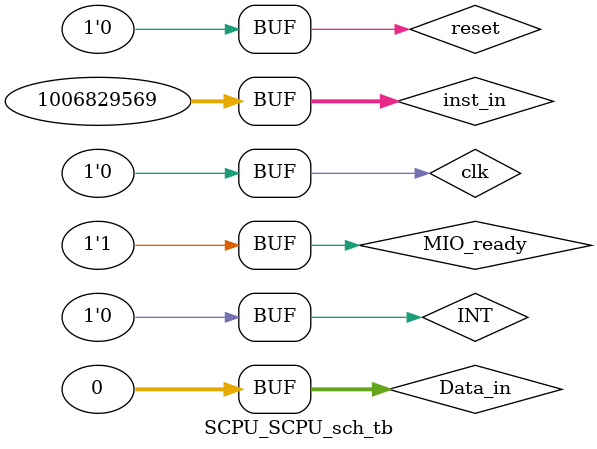
<source format=v>

`timescale 1ns / 1ps

module SCPU_SCPU_sch_tb();

// Inputs
   reg MIO_ready;
   reg [31:0] inst_in;
   reg [31:0] Data_in;
   reg reset;
   reg clk;
   reg INT;

// Output
   wire mem_w;
   wire CPU_MIO;
   wire [31:0] PC_out;
   wire [31:0] Addr_out;
   wire [31:0] Data_out;

// Bidirs

// Instantiate the UUT
   SCPU UUT (
		.mem_w(mem_w), 
		.CPU_MIO(CPU_MIO), 
		.MIO_ready(MIO_ready), 
		.inst_in(inst_in), 
		.Data_in(Data_in), 
		.reset(reset), 
		.clk(clk), 
		.PC_out(PC_out), 
		.Addr_out(Addr_out), 
		.Data_out(Data_out), 
		.INT(INT)
   );
// Initialize Inputs
       initial begin
		MIO_ready = 1;
		inst_in = 0;
		Data_in = 0;
		reset = 0;
		clk = 0;
		INT = 0;

		end
		
		always begin
		inst_in = 32'b00100000001000100000000000000001;
		clk=1; #20;
		clk=0; #20;
		inst_in = 32'b00111100000000110000000000000001;
		end
endmodule

</source>
